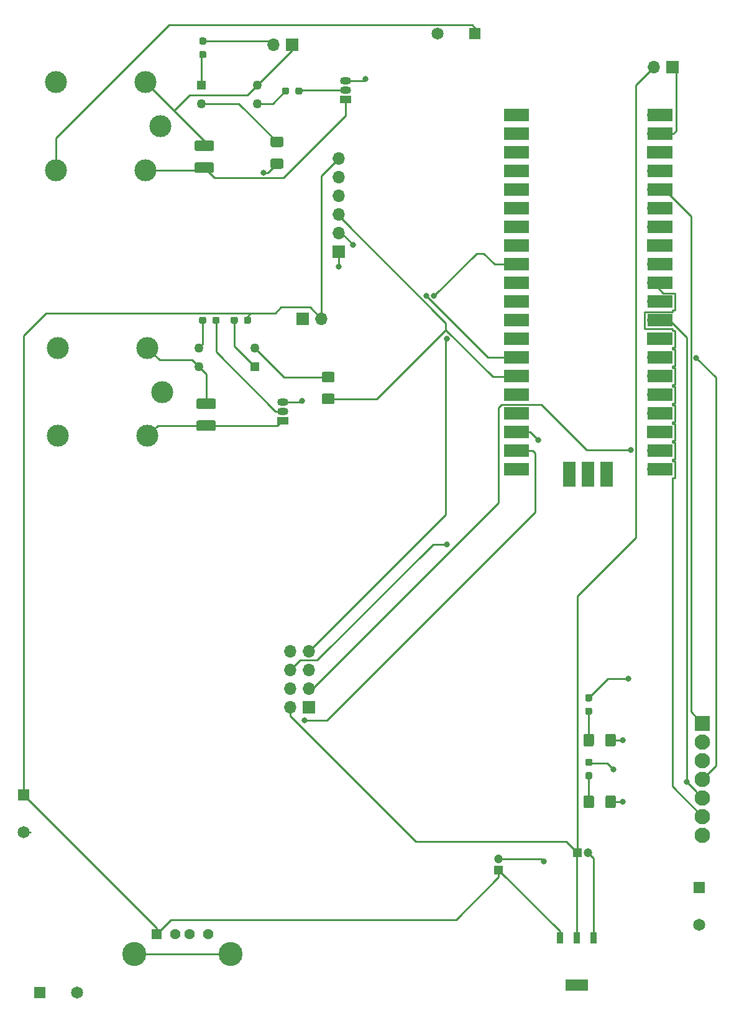
<source format=gbr>
%TF.GenerationSoftware,KiCad,Pcbnew,(5.1.10-1-10_14)*%
%TF.CreationDate,2021-10-16T18:52:24-04:00*%
%TF.ProjectId,CC_PCB_V1,43435f50-4342-45f5-9631-2e6b69636164,10/13/2021*%
%TF.SameCoordinates,Original*%
%TF.FileFunction,Copper,L1,Top*%
%TF.FilePolarity,Positive*%
%FSLAX46Y46*%
G04 Gerber Fmt 4.6, Leading zero omitted, Abs format (unit mm)*
G04 Created by KiCad (PCBNEW (5.1.10-1-10_14)) date 2021-10-16 18:52:24*
%MOMM*%
%LPD*%
G01*
G04 APERTURE LIST*
%TA.AperFunction,ComponentPad*%
%ADD10C,3.276000*%
%TD*%
%TA.AperFunction,ComponentPad*%
%ADD11C,1.428000*%
%TD*%
%TA.AperFunction,ComponentPad*%
%ADD12R,1.428000X1.428000*%
%TD*%
%TA.AperFunction,ComponentPad*%
%ADD13C,1.200000*%
%TD*%
%TA.AperFunction,ComponentPad*%
%ADD14R,1.200000X1.200000*%
%TD*%
%TA.AperFunction,ComponentPad*%
%ADD15C,3.000000*%
%TD*%
%TA.AperFunction,ComponentPad*%
%ADD16R,1.500000X1.050000*%
%TD*%
%TA.AperFunction,ComponentPad*%
%ADD17O,1.500000X1.050000*%
%TD*%
%TA.AperFunction,ComponentPad*%
%ADD18C,1.260000*%
%TD*%
%TA.AperFunction,ComponentPad*%
%ADD19R,1.260000X1.260000*%
%TD*%
%TA.AperFunction,ComponentPad*%
%ADD20O,1.700000X1.700000*%
%TD*%
%TA.AperFunction,ComponentPad*%
%ADD21R,1.700000X1.700000*%
%TD*%
%TA.AperFunction,ComponentPad*%
%ADD22C,1.650000*%
%TD*%
%TA.AperFunction,ComponentPad*%
%ADD23R,1.650000X1.650000*%
%TD*%
%TA.AperFunction,SMDPad,CuDef*%
%ADD24R,3.098800X1.600200*%
%TD*%
%TA.AperFunction,SMDPad,CuDef*%
%ADD25R,0.838200X1.600200*%
%TD*%
%TA.AperFunction,SMDPad,CuDef*%
%ADD26R,1.700000X3.500000*%
%TD*%
%TA.AperFunction,SMDPad,CuDef*%
%ADD27R,3.500000X1.700000*%
%TD*%
%TA.AperFunction,ComponentPad*%
%ADD28C,2.100000*%
%TD*%
%TA.AperFunction,ComponentPad*%
%ADD29R,2.100000X2.100000*%
%TD*%
%TA.AperFunction,ViaPad*%
%ADD30C,0.800000*%
%TD*%
%TA.AperFunction,Conductor*%
%ADD31C,0.250000*%
%TD*%
G04 APERTURE END LIST*
%TO.P,R6,2*%
%TO.N,GP12*%
%TA.AperFunction,SMDPad,CuDef*%
G36*
G01*
X137321300Y-115221200D02*
X136846300Y-115221200D01*
G75*
G02*
X136608800Y-114983700I0J237500D01*
G01*
X136608800Y-114483700D01*
G75*
G02*
X136846300Y-114246200I237500J0D01*
G01*
X137321300Y-114246200D01*
G75*
G02*
X137558800Y-114483700I0J-237500D01*
G01*
X137558800Y-114983700D01*
G75*
G02*
X137321300Y-115221200I-237500J0D01*
G01*
G37*
%TD.AperFunction*%
%TO.P,R6,1*%
%TO.N,Net-(D6-Pad2)*%
%TA.AperFunction,SMDPad,CuDef*%
G36*
G01*
X137321300Y-117046200D02*
X136846300Y-117046200D01*
G75*
G02*
X136608800Y-116808700I0J237500D01*
G01*
X136608800Y-116308700D01*
G75*
G02*
X136846300Y-116071200I237500J0D01*
G01*
X137321300Y-116071200D01*
G75*
G02*
X137558800Y-116308700I0J-237500D01*
G01*
X137558800Y-116808700D01*
G75*
G02*
X137321300Y-117046200I-237500J0D01*
G01*
G37*
%TD.AperFunction*%
%TD*%
%TO.P,R5,2*%
%TO.N,GP22*%
%TA.AperFunction,SMDPad,CuDef*%
G36*
G01*
X137346700Y-124007700D02*
X136871700Y-124007700D01*
G75*
G02*
X136634200Y-123770200I0J237500D01*
G01*
X136634200Y-123270200D01*
G75*
G02*
X136871700Y-123032700I237500J0D01*
G01*
X137346700Y-123032700D01*
G75*
G02*
X137584200Y-123270200I0J-237500D01*
G01*
X137584200Y-123770200D01*
G75*
G02*
X137346700Y-124007700I-237500J0D01*
G01*
G37*
%TD.AperFunction*%
%TO.P,R5,1*%
%TO.N,Net-(D5-Pad2)*%
%TA.AperFunction,SMDPad,CuDef*%
G36*
G01*
X137346700Y-125832700D02*
X136871700Y-125832700D01*
G75*
G02*
X136634200Y-125595200I0J237500D01*
G01*
X136634200Y-125095200D01*
G75*
G02*
X136871700Y-124857700I237500J0D01*
G01*
X137346700Y-124857700D01*
G75*
G02*
X137584200Y-125095200I0J-237500D01*
G01*
X137584200Y-125595200D01*
G75*
G02*
X137346700Y-125832700I-237500J0D01*
G01*
G37*
%TD.AperFunction*%
%TD*%
%TO.P,D6,2*%
%TO.N,Net-(D6-Pad2)*%
%TA.AperFunction,SMDPad,CuDef*%
G36*
G01*
X137796300Y-119872600D02*
X137796300Y-121122600D01*
G75*
G02*
X137546300Y-121372600I-250000J0D01*
G01*
X136621300Y-121372600D01*
G75*
G02*
X136371300Y-121122600I0J250000D01*
G01*
X136371300Y-119872600D01*
G75*
G02*
X136621300Y-119622600I250000J0D01*
G01*
X137546300Y-119622600D01*
G75*
G02*
X137796300Y-119872600I0J-250000D01*
G01*
G37*
%TD.AperFunction*%
%TO.P,D6,1*%
%TO.N,GND*%
%TA.AperFunction,SMDPad,CuDef*%
G36*
G01*
X140771300Y-119872600D02*
X140771300Y-121122600D01*
G75*
G02*
X140521300Y-121372600I-250000J0D01*
G01*
X139596300Y-121372600D01*
G75*
G02*
X139346300Y-121122600I0J250000D01*
G01*
X139346300Y-119872600D01*
G75*
G02*
X139596300Y-119622600I250000J0D01*
G01*
X140521300Y-119622600D01*
G75*
G02*
X140771300Y-119872600I0J-250000D01*
G01*
G37*
%TD.AperFunction*%
%TD*%
%TO.P,D5,2*%
%TO.N,Net-(D5-Pad2)*%
%TA.AperFunction,SMDPad,CuDef*%
G36*
G01*
X137807400Y-128280000D02*
X137807400Y-129530000D01*
G75*
G02*
X137557400Y-129780000I-250000J0D01*
G01*
X136632400Y-129780000D01*
G75*
G02*
X136382400Y-129530000I0J250000D01*
G01*
X136382400Y-128280000D01*
G75*
G02*
X136632400Y-128030000I250000J0D01*
G01*
X137557400Y-128030000D01*
G75*
G02*
X137807400Y-128280000I0J-250000D01*
G01*
G37*
%TD.AperFunction*%
%TO.P,D5,1*%
%TO.N,GND*%
%TA.AperFunction,SMDPad,CuDef*%
G36*
G01*
X140782400Y-128280000D02*
X140782400Y-129530000D01*
G75*
G02*
X140532400Y-129780000I-250000J0D01*
G01*
X139607400Y-129780000D01*
G75*
G02*
X139357400Y-129530000I0J250000D01*
G01*
X139357400Y-128280000D01*
G75*
G02*
X139607400Y-128030000I250000J0D01*
G01*
X140532400Y-128030000D01*
G75*
G02*
X140782400Y-128280000I0J-250000D01*
G01*
G37*
%TD.AperFunction*%
%TD*%
D10*
%TO.P,J3,S2*%
%TO.N,Net-(J3-PadS1)*%
X88307200Y-149618700D03*
%TO.P,J3,S1*%
X75167200Y-149618700D03*
D11*
%TO.P,J3,4*%
%TO.N,GND*%
X85237200Y-146908700D03*
%TO.P,J3,3*%
%TO.N,Net-(J3-Pad3)*%
X82737200Y-146908700D03*
%TO.P,J3,2*%
%TO.N,Net-(J3-Pad2)*%
X80737200Y-146908700D03*
D12*
%TO.P,J3,1*%
%TO.N,+5V*%
X78237200Y-146908700D03*
%TD*%
D13*
%TO.P,C2,2*%
%TO.N,GND*%
X124828300Y-136663300D03*
D14*
%TO.P,C2,1*%
%TO.N,+5V*%
X124828300Y-138163300D03*
%TD*%
D13*
%TO.P,C1,2*%
%TO.N,GND*%
X137021700Y-135851900D03*
D14*
%TO.P,C1,1*%
%TO.N,+3.3V*%
X135521700Y-135851900D03*
%TD*%
%TO.P,R4,2*%
%TO.N,Net-(Q2-Pad3)*%
%TA.AperFunction,SMDPad,CuDef*%
G36*
G01*
X84975000Y-63062500D02*
X84975000Y-63537500D01*
G75*
G02*
X84737500Y-63775000I-237500J0D01*
G01*
X84237500Y-63775000D01*
G75*
G02*
X84000000Y-63537500I0J237500D01*
G01*
X84000000Y-63062500D01*
G75*
G02*
X84237500Y-62825000I237500J0D01*
G01*
X84737500Y-62825000D01*
G75*
G02*
X84975000Y-63062500I0J-237500D01*
G01*
G37*
%TD.AperFunction*%
%TO.P,R4,1*%
%TO.N,Net-(Q4-Pad2)*%
%TA.AperFunction,SMDPad,CuDef*%
G36*
G01*
X86800000Y-63062500D02*
X86800000Y-63537500D01*
G75*
G02*
X86562500Y-63775000I-237500J0D01*
G01*
X86062500Y-63775000D01*
G75*
G02*
X85825000Y-63537500I0J237500D01*
G01*
X85825000Y-63062500D01*
G75*
G02*
X86062500Y-62825000I237500J0D01*
G01*
X86562500Y-62825000D01*
G75*
G02*
X86800000Y-63062500I0J-237500D01*
G01*
G37*
%TD.AperFunction*%
%TD*%
%TO.P,R3,2*%
%TO.N,Net-(Q1-Pad3)*%
%TA.AperFunction,SMDPad,CuDef*%
G36*
G01*
X96262000Y-31830000D02*
X96262000Y-32305000D01*
G75*
G02*
X96024500Y-32542500I-237500J0D01*
G01*
X95524500Y-32542500D01*
G75*
G02*
X95287000Y-32305000I0J237500D01*
G01*
X95287000Y-31830000D01*
G75*
G02*
X95524500Y-31592500I237500J0D01*
G01*
X96024500Y-31592500D01*
G75*
G02*
X96262000Y-31830000I0J-237500D01*
G01*
G37*
%TD.AperFunction*%
%TO.P,R3,1*%
%TO.N,Net-(Q3-Pad2)*%
%TA.AperFunction,SMDPad,CuDef*%
G36*
G01*
X98087000Y-31830000D02*
X98087000Y-32305000D01*
G75*
G02*
X97849500Y-32542500I-237500J0D01*
G01*
X97349500Y-32542500D01*
G75*
G02*
X97112000Y-32305000I0J237500D01*
G01*
X97112000Y-31830000D01*
G75*
G02*
X97349500Y-31592500I237500J0D01*
G01*
X97849500Y-31592500D01*
G75*
G02*
X98087000Y-31830000I0J-237500D01*
G01*
G37*
%TD.AperFunction*%
%TD*%
%TO.P,R2,2*%
%TO.N,Net-(Q2-Pad1)*%
%TA.AperFunction,SMDPad,CuDef*%
G36*
G01*
X89275000Y-63062500D02*
X89275000Y-63537500D01*
G75*
G02*
X89037500Y-63775000I-237500J0D01*
G01*
X88537500Y-63775000D01*
G75*
G02*
X88300000Y-63537500I0J237500D01*
G01*
X88300000Y-63062500D01*
G75*
G02*
X88537500Y-62825000I237500J0D01*
G01*
X89037500Y-62825000D01*
G75*
G02*
X89275000Y-63062500I0J-237500D01*
G01*
G37*
%TD.AperFunction*%
%TO.P,R2,1*%
%TO.N,+5V*%
%TA.AperFunction,SMDPad,CuDef*%
G36*
G01*
X91100000Y-63062500D02*
X91100000Y-63537500D01*
G75*
G02*
X90862500Y-63775000I-237500J0D01*
G01*
X90362500Y-63775000D01*
G75*
G02*
X90125000Y-63537500I0J237500D01*
G01*
X90125000Y-63062500D01*
G75*
G02*
X90362500Y-62825000I237500J0D01*
G01*
X90862500Y-62825000D01*
G75*
G02*
X91100000Y-63062500I0J-237500D01*
G01*
G37*
%TD.AperFunction*%
%TD*%
%TO.P,R1,2*%
%TO.N,Net-(Q1-Pad1)*%
%TA.AperFunction,SMDPad,CuDef*%
G36*
G01*
X84281000Y-26610500D02*
X84756000Y-26610500D01*
G75*
G02*
X84993500Y-26848000I0J-237500D01*
G01*
X84993500Y-27348000D01*
G75*
G02*
X84756000Y-27585500I-237500J0D01*
G01*
X84281000Y-27585500D01*
G75*
G02*
X84043500Y-27348000I0J237500D01*
G01*
X84043500Y-26848000D01*
G75*
G02*
X84281000Y-26610500I237500J0D01*
G01*
G37*
%TD.AperFunction*%
%TO.P,R1,1*%
%TO.N,+5V*%
%TA.AperFunction,SMDPad,CuDef*%
G36*
G01*
X84281000Y-24785500D02*
X84756000Y-24785500D01*
G75*
G02*
X84993500Y-25023000I0J-237500D01*
G01*
X84993500Y-25523000D01*
G75*
G02*
X84756000Y-25760500I-237500J0D01*
G01*
X84281000Y-25760500D01*
G75*
G02*
X84043500Y-25523000I0J237500D01*
G01*
X84043500Y-25023000D01*
G75*
G02*
X84281000Y-24785500I237500J0D01*
G01*
G37*
%TD.AperFunction*%
%TD*%
%TO.P,D4,2*%
%TO.N,Net-(D4-Pad2)*%
%TA.AperFunction,SMDPad,CuDef*%
G36*
G01*
X86038000Y-75388500D02*
X83888000Y-75388500D01*
G75*
G02*
X83638000Y-75138500I0J250000D01*
G01*
X83638000Y-74213500D01*
G75*
G02*
X83888000Y-73963500I250000J0D01*
G01*
X86038000Y-73963500D01*
G75*
G02*
X86288000Y-74213500I0J-250000D01*
G01*
X86288000Y-75138500D01*
G75*
G02*
X86038000Y-75388500I-250000J0D01*
G01*
G37*
%TD.AperFunction*%
%TO.P,D4,1*%
%TO.N,Net-(D4-Pad1)*%
%TA.AperFunction,SMDPad,CuDef*%
G36*
G01*
X86038000Y-78363500D02*
X83888000Y-78363500D01*
G75*
G02*
X83638000Y-78113500I0J250000D01*
G01*
X83638000Y-77188500D01*
G75*
G02*
X83888000Y-76938500I250000J0D01*
G01*
X86038000Y-76938500D01*
G75*
G02*
X86288000Y-77188500I0J-250000D01*
G01*
X86288000Y-78113500D01*
G75*
G02*
X86038000Y-78363500I-250000J0D01*
G01*
G37*
%TD.AperFunction*%
%TD*%
%TO.P,D3,2*%
%TO.N,Net-(D3-Pad2)*%
%TA.AperFunction,SMDPad,CuDef*%
G36*
G01*
X85784000Y-40246000D02*
X83634000Y-40246000D01*
G75*
G02*
X83384000Y-39996000I0J250000D01*
G01*
X83384000Y-39071000D01*
G75*
G02*
X83634000Y-38821000I250000J0D01*
G01*
X85784000Y-38821000D01*
G75*
G02*
X86034000Y-39071000I0J-250000D01*
G01*
X86034000Y-39996000D01*
G75*
G02*
X85784000Y-40246000I-250000J0D01*
G01*
G37*
%TD.AperFunction*%
%TO.P,D3,1*%
%TO.N,Net-(D3-Pad1)*%
%TA.AperFunction,SMDPad,CuDef*%
G36*
G01*
X85784000Y-43221000D02*
X83634000Y-43221000D01*
G75*
G02*
X83384000Y-42971000I0J250000D01*
G01*
X83384000Y-42046000D01*
G75*
G02*
X83634000Y-41796000I250000J0D01*
G01*
X85784000Y-41796000D01*
G75*
G02*
X86034000Y-42046000I0J-250000D01*
G01*
X86034000Y-42971000D01*
G75*
G02*
X85784000Y-43221000I-250000J0D01*
G01*
G37*
%TD.AperFunction*%
%TD*%
%TO.P,D2,2*%
%TO.N,Net-(D2-Pad2)*%
%TA.AperFunction,SMDPad,CuDef*%
G36*
G01*
X102225000Y-71742000D02*
X100975000Y-71742000D01*
G75*
G02*
X100725000Y-71492000I0J250000D01*
G01*
X100725000Y-70567000D01*
G75*
G02*
X100975000Y-70317000I250000J0D01*
G01*
X102225000Y-70317000D01*
G75*
G02*
X102475000Y-70567000I0J-250000D01*
G01*
X102475000Y-71492000D01*
G75*
G02*
X102225000Y-71742000I-250000J0D01*
G01*
G37*
%TD.AperFunction*%
%TO.P,D2,1*%
%TO.N,GP11*%
%TA.AperFunction,SMDPad,CuDef*%
G36*
G01*
X102225000Y-74717000D02*
X100975000Y-74717000D01*
G75*
G02*
X100725000Y-74467000I0J250000D01*
G01*
X100725000Y-73542000D01*
G75*
G02*
X100975000Y-73292000I250000J0D01*
G01*
X102225000Y-73292000D01*
G75*
G02*
X102475000Y-73542000I0J-250000D01*
G01*
X102475000Y-74467000D01*
G75*
G02*
X102225000Y-74717000I-250000J0D01*
G01*
G37*
%TD.AperFunction*%
%TD*%
%TO.P,D1,2*%
%TO.N,Net-(D1-Pad2)*%
%TA.AperFunction,SMDPad,CuDef*%
G36*
G01*
X95240000Y-39701500D02*
X93990000Y-39701500D01*
G75*
G02*
X93740000Y-39451500I0J250000D01*
G01*
X93740000Y-38526500D01*
G75*
G02*
X93990000Y-38276500I250000J0D01*
G01*
X95240000Y-38276500D01*
G75*
G02*
X95490000Y-38526500I0J-250000D01*
G01*
X95490000Y-39451500D01*
G75*
G02*
X95240000Y-39701500I-250000J0D01*
G01*
G37*
%TD.AperFunction*%
%TO.P,D1,1*%
%TO.N,GP10*%
%TA.AperFunction,SMDPad,CuDef*%
G36*
G01*
X95240000Y-42676500D02*
X93990000Y-42676500D01*
G75*
G02*
X93740000Y-42426500I0J250000D01*
G01*
X93740000Y-41501500D01*
G75*
G02*
X93990000Y-41251500I250000J0D01*
G01*
X95240000Y-41251500D01*
G75*
G02*
X95490000Y-41501500I0J-250000D01*
G01*
X95490000Y-42426500D01*
G75*
G02*
X95240000Y-42676500I-250000J0D01*
G01*
G37*
%TD.AperFunction*%
%TD*%
D15*
%TO.P,K2,11*%
%TO.N,Motor+*%
X78970000Y-73056000D03*
%TO.P,K2,A2*%
%TO.N,Net-(D4-Pad1)*%
X76970000Y-79056000D03*
%TO.P,K2,12*%
%TO.N,GND1*%
X64770000Y-79056000D03*
%TO.P,K2,14*%
%TO.N,+12V*%
X64770000Y-67056000D03*
%TO.P,K2,A1*%
%TO.N,Net-(D4-Pad2)*%
X76970000Y-67056000D03*
%TD*%
%TO.P,K1,11*%
%TO.N,Motor-*%
X78716000Y-36861000D03*
%TO.P,K1,A2*%
%TO.N,Net-(D3-Pad1)*%
X76716000Y-42861000D03*
%TO.P,K1,12*%
%TO.N,GND1*%
X64516000Y-42861000D03*
%TO.P,K1,14*%
%TO.N,+12V*%
X64516000Y-30861000D03*
%TO.P,K1,A1*%
%TO.N,Net-(D3-Pad2)*%
X76716000Y-30861000D03*
%TD*%
D16*
%TO.P,Q4,1*%
%TO.N,Net-(D4-Pad1)*%
X95377000Y-76962000D03*
D17*
%TO.P,Q4,3*%
%TO.N,GND*%
X95377000Y-74422000D03*
%TO.P,Q4,2*%
%TO.N,Net-(Q4-Pad2)*%
X95377000Y-75692000D03*
%TD*%
D16*
%TO.P,Q3,1*%
%TO.N,Net-(D3-Pad1)*%
X103949500Y-33210500D03*
D17*
%TO.P,Q3,3*%
%TO.N,GND*%
X103949500Y-30670500D03*
%TO.P,Q3,2*%
%TO.N,Net-(Q3-Pad2)*%
X103949500Y-31940500D03*
%TD*%
D18*
%TO.P,Q2,4*%
%TO.N,Net-(D4-Pad2)*%
X83947000Y-69596000D03*
%TO.P,Q2,3*%
%TO.N,Net-(Q2-Pad3)*%
X83947000Y-67056000D03*
%TO.P,Q2,2*%
%TO.N,Net-(D2-Pad2)*%
X91567000Y-67056000D03*
D19*
%TO.P,Q2,1*%
%TO.N,Net-(Q2-Pad1)*%
X91567000Y-69596000D03*
%TD*%
D18*
%TO.P,Q1,4*%
%TO.N,Net-(D3-Pad2)*%
X91948000Y-31242000D03*
%TO.P,Q1,3*%
%TO.N,Net-(Q1-Pad3)*%
X91948000Y-33782000D03*
%TO.P,Q1,2*%
%TO.N,Net-(D1-Pad2)*%
X84328000Y-33782000D03*
D19*
%TO.P,Q1,1*%
%TO.N,Net-(Q1-Pad1)*%
X84328000Y-31242000D03*
%TD*%
D20*
%TO.P,J9,2*%
%TO.N,+3.3V*%
X145948400Y-28816300D03*
D21*
%TO.P,J9,1*%
%TO.N,+3.3V_Pico*%
X148488400Y-28816300D03*
%TD*%
D22*
%TO.P,J8,2*%
%TO.N,Motor+*%
X67360800Y-154889200D03*
D23*
%TO.P,J8,1*%
%TO.N,Motor-*%
X62280800Y-154889200D03*
%TD*%
D22*
%TO.P,J7,2*%
%TO.N,+12V*%
X116471700Y-24244300D03*
D23*
%TO.P,J7,1*%
%TO.N,GND1*%
X121551700Y-24244300D03*
%TD*%
D20*
%TO.P,J6,2*%
%TO.N,+5V*%
X100685600Y-63080900D03*
D21*
%TO.P,J6,1*%
%TO.N,Net-(D4-Pad2)*%
X98145600Y-63080900D03*
%TD*%
D20*
%TO.P,J4,2*%
%TO.N,+5V*%
X94107000Y-25781000D03*
D21*
%TO.P,J4,1*%
%TO.N,Net-(D3-Pad2)*%
X96647000Y-25781000D03*
%TD*%
D20*
%TO.P,J5,6*%
%TO.N,+5V*%
X103000000Y-41300000D03*
%TO.P,J5,5*%
%TO.N,Net-(J5-Pad5)*%
X103000000Y-43840000D03*
%TO.P,J5,4*%
%TO.N,Net-(J5-Pad4)*%
X103000000Y-46380000D03*
%TO.P,J5,3*%
%TO.N,GP11*%
X103000000Y-48920000D03*
%TO.P,J5,2*%
%TO.N,GP10*%
X103000000Y-51460000D03*
D21*
%TO.P,J5,1*%
%TO.N,GND*%
X103000000Y-54000000D03*
%TD*%
D20*
%TO.P,J2,8*%
%TO.N,Net-(J2-Pad8)*%
X96460000Y-108380000D03*
%TO.P,J2,7*%
%TO.N,GP4*%
X99000000Y-108380000D03*
%TO.P,J2,6*%
%TO.N,GP7*%
X96460000Y-110920000D03*
%TO.P,J2,5*%
%TO.N,GP6*%
X99000000Y-110920000D03*
%TO.P,J2,4*%
%TO.N,GP14*%
X96460000Y-113460000D03*
%TO.P,J2,3*%
%TO.N,GP17*%
X99000000Y-113460000D03*
%TO.P,J2,2*%
%TO.N,+3.3V*%
X96460000Y-116000000D03*
D21*
%TO.P,J2,1*%
%TO.N,GND*%
X99000000Y-116000000D03*
%TD*%
D22*
%TO.P,Screw_Terminal2,2*%
%TO.N,GND*%
X152100000Y-145640000D03*
D23*
%TO.P,Screw_Terminal2,1*%
%TO.N,+3.3V*%
X152100000Y-140560000D03*
%TD*%
D24*
%TO.P,U2,4*%
%TO.N,N/C*%
X135458200Y-153835100D03*
D25*
%TO.P,U2,3*%
%TO.N,+5V*%
X133146800Y-147434300D03*
%TO.P,U2,2*%
%TO.N,+3.3V*%
X135458200Y-147434300D03*
%TO.P,U2,1*%
%TO.N,GND*%
X137769600Y-147434300D03*
%TD*%
D20*
%TO.P,U1,43*%
%TO.N,Net-(U1-Pad43)*%
X139540000Y-83400000D03*
D26*
X139540000Y-84300000D03*
D21*
%TO.P,U1,42*%
%TO.N,Net-(U1-Pad42)*%
X137000000Y-83400000D03*
D26*
X137000000Y-84300000D03*
D20*
%TO.P,U1,41*%
%TO.N,Net-(U1-Pad41)*%
X134460000Y-83400000D03*
D26*
X134460000Y-84300000D03*
D27*
%TO.P,U1,21*%
%TO.N,Net-(U1-Pad21)*%
X146790000Y-83630000D03*
%TO.P,U1,22*%
%TO.N,GP17*%
X146790000Y-81090000D03*
%TO.P,U1,23*%
%TO.N,Net-(U1-Pad23)*%
X146790000Y-78550000D03*
%TO.P,U1,24*%
%TO.N,Net-(U1-Pad24)*%
X146790000Y-76010000D03*
%TO.P,U1,25*%
%TO.N,Net-(U1-Pad25)*%
X146790000Y-73470000D03*
%TO.P,U1,26*%
%TO.N,Net-(U1-Pad26)*%
X146790000Y-70930000D03*
%TO.P,U1,27*%
%TO.N,GP21*%
X146790000Y-68390000D03*
%TO.P,U1,28*%
%TO.N,Net-(U1-Pad28)*%
X146790000Y-65850000D03*
%TO.P,U1,29*%
%TO.N,GP22*%
X146790000Y-63310000D03*
%TO.P,U1,30*%
%TO.N,Net-(U1-Pad30)*%
X146790000Y-60770000D03*
%TO.P,U1,31*%
%TO.N,GP26*%
X146790000Y-58230000D03*
%TO.P,U1,32*%
%TO.N,GP27*%
X146790000Y-55690000D03*
%TO.P,U1,33*%
%TO.N,Net-(U1-Pad33)*%
X146790000Y-53150000D03*
%TO.P,U1,34*%
%TO.N,GP28*%
X146790000Y-50610000D03*
%TO.P,U1,35*%
%TO.N,Net-(U1-Pad35)*%
X146790000Y-48070000D03*
%TO.P,U1,36*%
%TO.N,3.3V*%
X146790000Y-45530000D03*
%TO.P,U1,37*%
%TO.N,Net-(U1-Pad37)*%
X146790000Y-42990000D03*
%TO.P,U1,38*%
%TO.N,Net-(U1-Pad38)*%
X146790000Y-40450000D03*
%TO.P,U1,39*%
%TO.N,+3.3V_Pico*%
X146790000Y-37910000D03*
%TO.P,U1,40*%
%TO.N,Net-(U1-Pad40)*%
X146790000Y-35370000D03*
%TO.P,U1,20*%
%TO.N,Net-(U1-Pad20)*%
X127210000Y-83630000D03*
%TO.P,U1,19*%
%TO.N,GP14*%
X127210000Y-81090000D03*
%TO.P,U1,18*%
%TO.N,GND*%
X127210000Y-78550000D03*
%TO.P,U1,17*%
%TO.N,GP13*%
X127210000Y-76010000D03*
%TO.P,U1,16*%
%TO.N,GP12*%
X127210000Y-73470000D03*
%TO.P,U1,15*%
%TO.N,GP11*%
X127210000Y-70930000D03*
%TO.P,U1,14*%
%TO.N,GP10*%
X127210000Y-68390000D03*
%TO.P,U1,13*%
%TO.N,Net-(U1-Pad13)*%
X127210000Y-65850000D03*
%TO.P,U1,12*%
%TO.N,Net-(U1-Pad12)*%
X127210000Y-63310000D03*
%TO.P,U1,11*%
%TO.N,Net-(U1-Pad11)*%
X127210000Y-60770000D03*
%TO.P,U1,10*%
%TO.N,GP7*%
X127210000Y-58230000D03*
%TO.P,U1,9*%
%TO.N,GP6*%
X127210000Y-55690000D03*
%TO.P,U1,8*%
%TO.N,Net-(U1-Pad8)*%
X127210000Y-53150000D03*
%TO.P,U1,7*%
%TO.N,Net-(U1-Pad7)*%
X127210000Y-50610000D03*
%TO.P,U1,6*%
%TO.N,GP4*%
X127210000Y-48070000D03*
%TO.P,U1,5*%
%TO.N,Net-(U1-Pad5)*%
X127210000Y-45530000D03*
%TO.P,U1,4*%
%TO.N,Net-(U1-Pad4)*%
X127210000Y-42990000D03*
%TO.P,U1,3*%
%TO.N,Net-(U1-Pad3)*%
X127210000Y-40450000D03*
%TO.P,U1,2*%
%TO.N,Net-(U1-Pad2)*%
X127210000Y-37910000D03*
%TO.P,U1,1*%
%TO.N,Net-(U1-Pad1)*%
X127210000Y-35370000D03*
D20*
%TO.P,U1,40*%
%TO.N,Net-(U1-Pad40)*%
X145890000Y-35370000D03*
%TO.P,U1,39*%
%TO.N,+3.3V_Pico*%
X145890000Y-37910000D03*
D21*
%TO.P,U1,38*%
%TO.N,Net-(U1-Pad38)*%
X145890000Y-40450000D03*
D20*
%TO.P,U1,37*%
%TO.N,Net-(U1-Pad37)*%
X145890000Y-42990000D03*
%TO.P,U1,36*%
%TO.N,3.3V*%
X145890000Y-45530000D03*
%TO.P,U1,35*%
%TO.N,Net-(U1-Pad35)*%
X145890000Y-48070000D03*
%TO.P,U1,34*%
%TO.N,GP28*%
X145890000Y-50610000D03*
D21*
%TO.P,U1,33*%
%TO.N,Net-(U1-Pad33)*%
X145890000Y-53150000D03*
D20*
%TO.P,U1,32*%
%TO.N,GP27*%
X145890000Y-55690000D03*
%TO.P,U1,31*%
%TO.N,GP26*%
X145890000Y-58230000D03*
%TO.P,U1,30*%
%TO.N,Net-(U1-Pad30)*%
X145890000Y-60770000D03*
%TO.P,U1,29*%
%TO.N,GP22*%
X145890000Y-63310000D03*
D21*
%TO.P,U1,28*%
%TO.N,Net-(U1-Pad28)*%
X145890000Y-65850000D03*
D20*
%TO.P,U1,27*%
%TO.N,GP21*%
X145890000Y-68390000D03*
%TO.P,U1,26*%
%TO.N,Net-(U1-Pad26)*%
X145890000Y-70930000D03*
%TO.P,U1,25*%
%TO.N,Net-(U1-Pad25)*%
X145890000Y-73470000D03*
%TO.P,U1,24*%
%TO.N,Net-(U1-Pad24)*%
X145890000Y-76010000D03*
D21*
%TO.P,U1,23*%
%TO.N,Net-(U1-Pad23)*%
X145890000Y-78550000D03*
D20*
%TO.P,U1,22*%
%TO.N,GP17*%
X145890000Y-81090000D03*
%TO.P,U1,21*%
%TO.N,Net-(U1-Pad21)*%
X145890000Y-83630000D03*
%TO.P,U1,20*%
%TO.N,Net-(U1-Pad20)*%
X128110000Y-83630000D03*
%TO.P,U1,19*%
%TO.N,GP14*%
X128110000Y-81090000D03*
D21*
%TO.P,U1,18*%
%TO.N,GND*%
X128110000Y-78550000D03*
D20*
%TO.P,U1,17*%
%TO.N,GP13*%
X128110000Y-76010000D03*
%TO.P,U1,16*%
%TO.N,GP12*%
X128110000Y-73470000D03*
%TO.P,U1,15*%
%TO.N,GP11*%
X128110000Y-70930000D03*
%TO.P,U1,14*%
%TO.N,GP10*%
X128110000Y-68390000D03*
D21*
%TO.P,U1,13*%
%TO.N,Net-(U1-Pad13)*%
X128110000Y-65850000D03*
D20*
%TO.P,U1,12*%
%TO.N,Net-(U1-Pad12)*%
X128110000Y-63310000D03*
%TO.P,U1,11*%
%TO.N,Net-(U1-Pad11)*%
X128110000Y-60770000D03*
%TO.P,U1,10*%
%TO.N,GP7*%
X128110000Y-58230000D03*
%TO.P,U1,9*%
%TO.N,GP6*%
X128110000Y-55690000D03*
D21*
%TO.P,U1,8*%
%TO.N,Net-(U1-Pad8)*%
X128110000Y-53150000D03*
D20*
%TO.P,U1,7*%
%TO.N,Net-(U1-Pad7)*%
X128110000Y-50610000D03*
%TO.P,U1,6*%
%TO.N,GP4*%
X128110000Y-48070000D03*
%TO.P,U1,5*%
%TO.N,Net-(U1-Pad5)*%
X128110000Y-45530000D03*
%TO.P,U1,4*%
%TO.N,Net-(U1-Pad4)*%
X128110000Y-42990000D03*
D21*
%TO.P,U1,3*%
%TO.N,Net-(U1-Pad3)*%
X128110000Y-40450000D03*
D20*
%TO.P,U1,2*%
%TO.N,Net-(U1-Pad2)*%
X128110000Y-37910000D03*
%TO.P,U1,1*%
%TO.N,Net-(U1-Pad1)*%
X128110000Y-35370000D03*
%TD*%
D28*
%TO.P,J1,7*%
%TO.N,GP27*%
X152600000Y-133440000D03*
%TO.P,J1,6*%
%TO.N,GP26*%
X152600000Y-130900000D03*
%TO.P,J1,5*%
%TO.N,GP22*%
X152600000Y-128360000D03*
%TO.P,J1,4*%
%TO.N,GP21*%
X152600000Y-125820000D03*
%TO.P,J1,3*%
%TO.N,GP13*%
X152600000Y-123280000D03*
%TO.P,J1,2*%
%TO.N,GP12*%
X152600000Y-120740000D03*
D29*
%TO.P,J1,1*%
%TO.N,3.3V*%
X152600000Y-118200000D03*
%TD*%
D22*
%TO.P,Screw_Terminal1,2*%
%TO.N,GND*%
X60096400Y-133019800D03*
D23*
%TO.P,Screw_Terminal1,1*%
%TO.N,+5V*%
X60096400Y-127939800D03*
%TD*%
D30*
%TO.N,GP4*%
X117725000Y-65851485D03*
%TO.N,GP7*%
X117800000Y-93800000D03*
%TO.N,GP6*%
X116012653Y-59987347D03*
%TO.N,GP14*%
X98412653Y-117787347D03*
%TO.N,GND*%
X103000000Y-56000000D03*
X131000000Y-137000000D03*
X98000000Y-74300000D03*
X106700000Y-30400000D03*
X130200000Y-79600000D03*
X141706600Y-120497600D03*
X141732000Y-128905000D03*
%TO.N,GP17*%
X142800000Y-81000000D03*
%TO.N,GP22*%
X150444200Y-126204200D03*
X140462000Y-124485400D03*
%TO.N,GP21*%
X151725000Y-68400000D03*
%TO.N,GP12*%
X142500000Y-112109600D03*
%TO.N,GP10*%
X104987347Y-53012653D03*
X115000000Y-60000000D03*
X92800000Y-43175000D03*
%TD*%
D31*
%TO.N,GP4*%
X117600000Y-89780000D02*
X99000000Y-108380000D01*
X117600000Y-65976485D02*
X117600000Y-89780000D01*
X117725000Y-65851485D02*
X117600000Y-65976485D01*
%TO.N,GP7*%
X117800000Y-93800000D02*
X115900000Y-93800000D01*
X115900000Y-93800000D02*
X100100000Y-109600000D01*
X97780000Y-109600000D02*
X96460000Y-110920000D01*
X100100000Y-109600000D02*
X97780000Y-109600000D01*
%TO.N,GP6*%
X128110000Y-55690000D02*
X124290000Y-55690000D01*
X124290000Y-55690000D02*
X122800000Y-54200000D01*
X121800000Y-54200000D02*
X116012653Y-59987347D01*
X122800000Y-54200000D02*
X121800000Y-54200000D01*
%TO.N,GP14*%
X129490000Y-81090000D02*
X128110000Y-81090000D01*
X129800000Y-81400000D02*
X129490000Y-81090000D01*
X129800000Y-89400000D02*
X129800000Y-81400000D01*
X101412653Y-117787347D02*
X129800000Y-89400000D01*
X98412653Y-117787347D02*
X101412653Y-117787347D01*
%TO.N,GND*%
X103000000Y-54000000D02*
X103000000Y-56000000D01*
X60096400Y-133019800D02*
X61019800Y-133019800D01*
X130663300Y-136663300D02*
X131000000Y-137000000D01*
X124828300Y-136663300D02*
X130663300Y-136663300D01*
X137769600Y-136599800D02*
X137021700Y-135851900D01*
X137769600Y-147434300D02*
X137769600Y-136599800D01*
X97878000Y-74422000D02*
X98000000Y-74300000D01*
X95377000Y-74422000D02*
X97878000Y-74422000D01*
X106429500Y-30670500D02*
X106700000Y-30400000D01*
X103949500Y-30670500D02*
X106429500Y-30670500D01*
X129150000Y-78550000D02*
X130200000Y-79600000D01*
X128110000Y-78550000D02*
X129150000Y-78550000D01*
X140058800Y-120497600D02*
X141706600Y-120497600D01*
X141706600Y-120497600D02*
X141706600Y-120497600D01*
X141503400Y-128905000D02*
X141503400Y-128905000D01*
X140069900Y-128905000D02*
X141732000Y-128905000D01*
%TO.N,+5V*%
X124828300Y-138163300D02*
X124828300Y-139171700D01*
X124828300Y-139171700D02*
X119000000Y-145000000D01*
X80145900Y-145000000D02*
X78237200Y-146908700D01*
X119000000Y-145000000D02*
X80145900Y-145000000D01*
X78237200Y-146080600D02*
X60096400Y-127939800D01*
X78237200Y-146908700D02*
X78237200Y-146080600D01*
X133146800Y-146481800D02*
X124828300Y-138163300D01*
X133146800Y-147434300D02*
X133146800Y-146481800D01*
X60096400Y-127939800D02*
X60096400Y-65403600D01*
X63159500Y-62340500D02*
X90868500Y-62340500D01*
X60096400Y-65403600D02*
X63159500Y-62340500D01*
X94359500Y-62340500D02*
X95200000Y-61500000D01*
X99104700Y-61500000D02*
X100685600Y-63080900D01*
X93599000Y-25273000D02*
X94107000Y-25781000D01*
X84518500Y-25273000D02*
X93599000Y-25273000D01*
X90612500Y-62787500D02*
X91059500Y-62340500D01*
X90612500Y-63300000D02*
X90612500Y-62787500D01*
X91059500Y-62340500D02*
X94359500Y-62340500D01*
X90868500Y-62340500D02*
X91059500Y-62340500D01*
X95200000Y-61500000D02*
X99104700Y-61500000D01*
X100685600Y-43614400D02*
X103000000Y-41300000D01*
X100685600Y-63080900D02*
X100685600Y-43614400D01*
%TO.N,GP17*%
X99000000Y-114000000D02*
X124800000Y-88200000D01*
X124800000Y-75234998D02*
X125234998Y-74800000D01*
X124800000Y-88200000D02*
X124800000Y-75234998D01*
X125234998Y-74800000D02*
X129400000Y-74800000D01*
X129400000Y-74800000D02*
X130600000Y-74800000D01*
X136800000Y-81000000D02*
X142800000Y-81000000D01*
X130600000Y-74800000D02*
X136800000Y-81000000D01*
%TO.N,GP26*%
X148800001Y-84805001D02*
X148513800Y-84805001D01*
X148865001Y-84740001D02*
X148800001Y-84805001D01*
X148865001Y-82519999D02*
X148865001Y-84740001D01*
X148800001Y-82265001D02*
X148513800Y-82265001D01*
X148865001Y-79979999D02*
X148865001Y-82200001D01*
X148513800Y-79914999D02*
X148800001Y-79914999D01*
X148800001Y-79725001D02*
X148513800Y-79725001D01*
X148865001Y-79660001D02*
X148800001Y-79725001D01*
X148865001Y-77439999D02*
X148865001Y-79660001D01*
X148513800Y-77374999D02*
X148800001Y-77374999D01*
X148800001Y-61945001D02*
X148513800Y-61945001D01*
X148865001Y-74899999D02*
X148865001Y-77120001D01*
X148800001Y-74645001D02*
X148513800Y-74645001D01*
X148865001Y-74580001D02*
X148800001Y-74645001D01*
X148865001Y-72359999D02*
X148865001Y-74580001D01*
X148513800Y-72294999D02*
X148800001Y-72294999D01*
X148800001Y-72105001D02*
X148513800Y-72105001D01*
X148865001Y-72040001D02*
X148800001Y-72105001D01*
X148865001Y-69819999D02*
X148865001Y-72040001D01*
X148800001Y-69754999D02*
X148865001Y-69819999D01*
X148865001Y-77120001D02*
X148800001Y-77185001D01*
X148513800Y-69565001D02*
X148513800Y-69754999D01*
X148865001Y-69500001D02*
X148800001Y-69565001D01*
X148513800Y-84805001D02*
X148513800Y-126813800D01*
X148513800Y-82454999D02*
X148800001Y-82454999D01*
X148800001Y-77185001D02*
X148513800Y-77185001D01*
X148865001Y-67279999D02*
X148865001Y-69500001D01*
X148513800Y-74645001D02*
X148513800Y-74834999D01*
X148513800Y-126813800D02*
X152600000Y-130900000D01*
X148513800Y-67214999D02*
X148800001Y-67214999D01*
X148513800Y-67025001D02*
X148513800Y-67214999D01*
X148865001Y-59659999D02*
X148865001Y-61880001D01*
X148865001Y-66960001D02*
X148800001Y-67025001D01*
X148800001Y-79914999D02*
X148865001Y-79979999D01*
X148513800Y-74834999D02*
X148800001Y-74834999D01*
X148513800Y-64674999D02*
X148800001Y-64674999D01*
X148513800Y-77185001D02*
X148513800Y-77374999D01*
X148800001Y-67214999D02*
X148865001Y-67279999D01*
X148800001Y-59594999D02*
X148865001Y-59659999D01*
X145890000Y-58230000D02*
X147254999Y-59594999D01*
X148513800Y-61945001D02*
X148513800Y-62134999D01*
X148800001Y-67025001D02*
X148513800Y-67025001D01*
X148800001Y-69565001D02*
X148513800Y-69565001D01*
X148513800Y-64485001D02*
X148513800Y-64674999D01*
X144779999Y-64485001D02*
X148513800Y-64485001D01*
X144714999Y-62199999D02*
X144714999Y-64420001D01*
X148800001Y-77374999D02*
X148865001Y-77439999D01*
X144779999Y-62134999D02*
X144714999Y-62199999D01*
X148513800Y-62134999D02*
X144779999Y-62134999D01*
X148513800Y-72105001D02*
X148513800Y-72294999D01*
X148865001Y-82200001D02*
X148800001Y-82265001D01*
X144714999Y-64420001D02*
X144779999Y-64485001D01*
X148865001Y-64739999D02*
X148865001Y-66960001D01*
X148513800Y-79725001D02*
X148513800Y-79914999D01*
X148800001Y-74834999D02*
X148865001Y-74899999D01*
X148513800Y-82265001D02*
X148513800Y-82454999D01*
X148800001Y-64674999D02*
X148865001Y-64739999D01*
X148800001Y-82454999D02*
X148865001Y-82519999D01*
X148513800Y-69754999D02*
X148800001Y-69754999D01*
X148865001Y-61880001D02*
X148800001Y-61945001D01*
X148800001Y-72294999D02*
X148865001Y-72359999D01*
X147254999Y-59594999D02*
X148800001Y-59594999D01*
%TO.N,GP22*%
X151550001Y-127310001D02*
X152600000Y-128360000D01*
X150444200Y-126204200D02*
X150444200Y-126204200D01*
X150444200Y-65682787D02*
X150444200Y-126204200D01*
X148071413Y-63310000D02*
X150444200Y-65682787D01*
X145890000Y-63310000D02*
X148071413Y-63310000D01*
X150444200Y-126204200D02*
X151550001Y-127310001D01*
X140462000Y-124485400D02*
X139623800Y-123647200D01*
X137236200Y-123647200D02*
X137109200Y-123520200D01*
X139623800Y-123647200D02*
X137236200Y-123647200D01*
%TO.N,GP21*%
X154400000Y-124020000D02*
X152600000Y-125820000D01*
X154400000Y-71075000D02*
X154400000Y-124020000D01*
X151725000Y-68400000D02*
X154400000Y-71075000D01*
%TO.N,GP12*%
X152600000Y-120740000D02*
X153460000Y-120740000D01*
X139707900Y-112109600D02*
X137083800Y-114733700D01*
X142500000Y-112109600D02*
X139707900Y-112109600D01*
%TO.N,3.3V*%
X151000000Y-116600000D02*
X152600000Y-118200000D01*
X151000000Y-49094998D02*
X151000000Y-116600000D01*
X147435002Y-45530000D02*
X151000000Y-49094998D01*
X145890000Y-45530000D02*
X147435002Y-45530000D01*
%TO.N,+3.3V*%
X135458200Y-135915400D02*
X135521700Y-135851900D01*
X135458200Y-147434300D02*
X135458200Y-135915400D01*
X135521700Y-135821700D02*
X135521700Y-135851900D01*
X113557919Y-134300000D02*
X134000000Y-134300000D01*
X96460000Y-117202081D02*
X113557919Y-134300000D01*
X96460000Y-116000000D02*
X96460000Y-117202081D01*
X134000000Y-134300000D02*
X135521700Y-135821700D01*
X143525001Y-31239699D02*
X145948400Y-28816300D01*
X143525001Y-92874999D02*
X143525001Y-31239699D01*
X135521700Y-100878300D02*
X143525001Y-92874999D01*
X135521700Y-135851900D02*
X135521700Y-100878300D01*
%TO.N,GP11*%
X108195500Y-74004500D02*
X117600000Y-64600000D01*
X101600000Y-74004500D02*
X108195500Y-74004500D01*
X117600000Y-64600000D02*
X124000000Y-71000000D01*
X128040000Y-71000000D02*
X128110000Y-70930000D01*
X124000000Y-71000000D02*
X128040000Y-71000000D01*
X117600000Y-63673002D02*
X117600000Y-64600000D01*
X103000000Y-49073002D02*
X117600000Y-63673002D01*
X103000000Y-48920000D02*
X103000000Y-49073002D01*
%TO.N,GP10*%
X123390000Y-68390000D02*
X128110000Y-68390000D01*
X115000000Y-60000000D02*
X123390000Y-68390000D01*
X93404000Y-43175000D02*
X94615000Y-41964000D01*
X92800000Y-43175000D02*
X93404000Y-43175000D01*
X103434694Y-51460000D02*
X103000000Y-51460000D01*
X104987347Y-53012653D02*
X103434694Y-51460000D01*
%TO.N,Net-(J3-PadS1)*%
X75167200Y-149618700D02*
X88307200Y-149618700D01*
%TO.N,+3.3V_Pico*%
X145890000Y-37910000D02*
X145410000Y-37910000D01*
X145890000Y-37910000D02*
X148590000Y-37910000D01*
X148590000Y-37910000D02*
X149000000Y-37500000D01*
X149000000Y-29327900D02*
X148488400Y-28816300D01*
X149000000Y-37500000D02*
X149000000Y-29327900D01*
%TO.N,Net-(D3-Pad2)*%
X84709000Y-38854000D02*
X84709000Y-39533500D01*
X96647000Y-26543000D02*
X91948000Y-31242000D01*
X96647000Y-25781000D02*
X96647000Y-26543000D01*
X91948000Y-31242000D02*
X90590000Y-32600000D01*
X90590000Y-32600000D02*
X82700000Y-32600000D01*
X80577500Y-34722500D02*
X84709000Y-38854000D01*
X82700000Y-32600000D02*
X80577500Y-34722500D01*
X76716000Y-30861000D02*
X80577500Y-34722500D01*
%TO.N,Net-(D4-Pad2)*%
X84963000Y-70612000D02*
X83947000Y-69596000D01*
X84963000Y-74676000D02*
X84963000Y-70612000D01*
X76970000Y-67056000D02*
X78614000Y-68700000D01*
X83051000Y-68700000D02*
X83947000Y-69596000D01*
X78614000Y-68700000D02*
X83051000Y-68700000D01*
%TO.N,GND1*%
X121551700Y-24244300D02*
X121551700Y-23451700D01*
X121194299Y-23094299D02*
X79905701Y-23094299D01*
X121551700Y-23451700D02*
X121194299Y-23094299D01*
X64516000Y-38484000D02*
X64516000Y-42861000D01*
X79905701Y-23094299D02*
X64516000Y-38484000D01*
%TO.N,Net-(D3-Pad1)*%
X84356500Y-42861000D02*
X84709000Y-42508500D01*
X76716000Y-42861000D02*
X84356500Y-42861000D01*
X85202010Y-43001510D02*
X84709000Y-42508500D01*
X103949500Y-35450500D02*
X103949500Y-33210500D01*
X95500000Y-43900000D02*
X103949500Y-35450500D01*
X86100500Y-43900000D02*
X95500000Y-43900000D01*
X84709000Y-42508500D02*
X86100500Y-43900000D01*
%TO.N,Net-(D4-Pad1)*%
X78375000Y-77651000D02*
X76970000Y-79056000D01*
X84963000Y-77651000D02*
X78375000Y-77651000D01*
X94688000Y-77651000D02*
X95377000Y-76962000D01*
X84963000Y-77651000D02*
X94688000Y-77651000D01*
%TO.N,Net-(Q1-Pad3)*%
X94060000Y-33782000D02*
X95774500Y-32067500D01*
X91948000Y-33782000D02*
X94060000Y-33782000D01*
%TO.N,Net-(D1-Pad2)*%
X89408000Y-33782000D02*
X94615000Y-38989000D01*
X84328000Y-33782000D02*
X89408000Y-33782000D01*
%TO.N,Net-(Q1-Pad1)*%
X84328000Y-27288500D02*
X84518500Y-27098000D01*
X84328000Y-31242000D02*
X84328000Y-27288500D01*
%TO.N,Net-(Q2-Pad3)*%
X84487500Y-66515500D02*
X83947000Y-67056000D01*
X84487500Y-63300000D02*
X84487500Y-66515500D01*
%TO.N,Net-(D2-Pad2)*%
X95540500Y-71029500D02*
X91567000Y-67056000D01*
X101600000Y-71029500D02*
X95540500Y-71029500D01*
%TO.N,Net-(Q2-Pad1)*%
X88787500Y-66816500D02*
X91567000Y-69596000D01*
X88787500Y-63300000D02*
X88787500Y-66816500D01*
%TO.N,Net-(Q3-Pad2)*%
X97726500Y-31940500D02*
X97599500Y-32067500D01*
X103949500Y-31940500D02*
X97726500Y-31940500D01*
%TO.N,Net-(Q4-Pad2)*%
X94377000Y-75692000D02*
X95377000Y-75692000D01*
X86312500Y-67627500D02*
X94377000Y-75692000D01*
X86312500Y-63300000D02*
X86312500Y-67627500D01*
%TO.N,Net-(D5-Pad2)*%
X137109200Y-128890700D02*
X137094900Y-128905000D01*
X137109200Y-125345200D02*
X137109200Y-128890700D01*
%TO.N,Net-(D6-Pad2)*%
X137083800Y-116558700D02*
X137083800Y-120497600D01*
%TD*%
M02*

</source>
